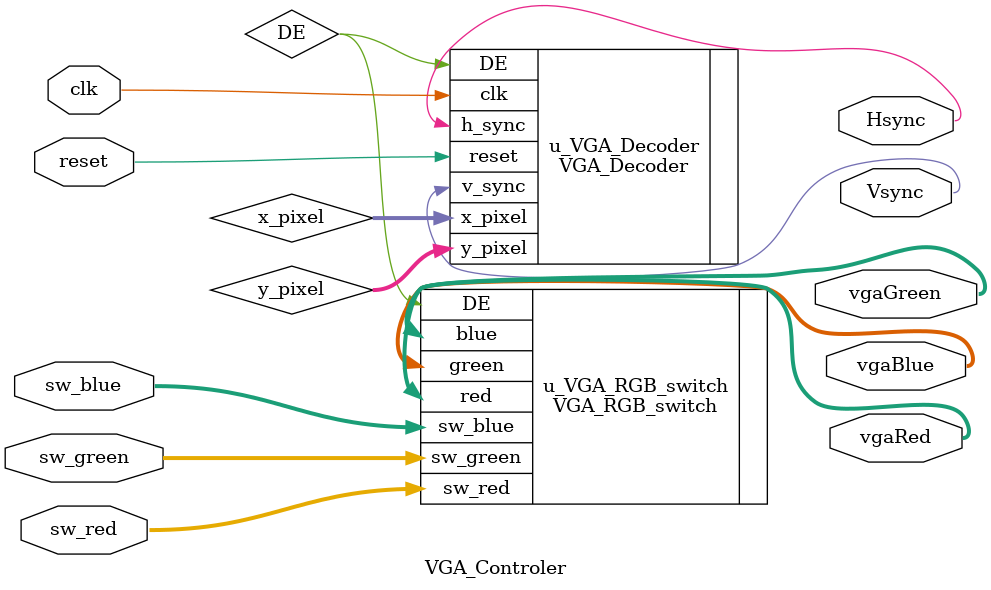
<source format=sv>
`timescale 1ns / 1ps

module VGA_Controler (
    input  bit         clk,
    input  bit         reset,
    input  logic [3:0] sw_red,
    input  logic [3:0] sw_green,
    input  logic [3:0] sw_blue,
    output logic       Hsync,
    output logic       Vsync,
    output logic [3:0] vgaRed,
    output logic [3:0] vgaBlue,
    output logic [3:0] vgaGreen
);
    logic [9:0] x_pixel, y_pixel;
    VGA_Decoder u_VGA_Decoder (
        .clk    (clk),
        .reset  (reset),
        .h_sync (Hsync),
        .v_sync (Vsync),
        .DE     (DE),
        .x_pixel(x_pixel),
        .y_pixel(y_pixel)
    );

    VGA_RGB_switch u_VGA_RGB_switch (
        .sw_red  (sw_red),
        .sw_green(sw_green),
        .sw_blue (sw_blue),
        .DE      (DE),
        .red     (vgaRed),
        .green   (vgaBlue),
        .blue    (vgaGreen)
    );

endmodule


</source>
